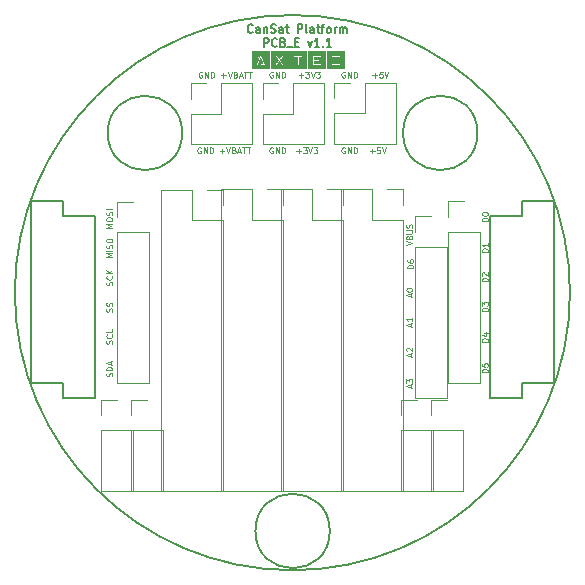
<source format=gbr>
G04 #@! TF.GenerationSoftware,KiCad,Pcbnew,(5.1.0)-1*
G04 #@! TF.CreationDate,2019-06-21T14:45:16-03:00*
G04 #@! TF.ProjectId,PCB_E,5043425f-452e-46b6-9963-61645f706362,rev?*
G04 #@! TF.SameCoordinates,Original*
G04 #@! TF.FileFunction,Legend,Top*
G04 #@! TF.FilePolarity,Positive*
%FSLAX46Y46*%
G04 Gerber Fmt 4.6, Leading zero omitted, Abs format (unit mm)*
G04 Created by KiCad (PCBNEW (5.1.0)-1) date 2019-06-21 14:45:16*
%MOMM*%
%LPD*%
G04 APERTURE LIST*
%ADD10C,0.125000*%
%ADD11C,0.175000*%
%ADD12C,0.150000*%
%ADD13C,0.010000*%
%ADD14C,0.120000*%
G04 APERTURE END LIST*
D10*
X16526190Y6030952D02*
X16026190Y6030952D01*
X16026190Y6150000D01*
X16050000Y6221428D01*
X16097619Y6269047D01*
X16145238Y6292857D01*
X16240476Y6316666D01*
X16311904Y6316666D01*
X16407142Y6292857D01*
X16454761Y6269047D01*
X16502380Y6221428D01*
X16526190Y6150000D01*
X16526190Y6030952D01*
X16026190Y6626190D02*
X16026190Y6673809D01*
X16050000Y6721428D01*
X16073809Y6745238D01*
X16121428Y6769047D01*
X16216666Y6792857D01*
X16335714Y6792857D01*
X16430952Y6769047D01*
X16478571Y6745238D01*
X16502380Y6721428D01*
X16526190Y6673809D01*
X16526190Y6626190D01*
X16502380Y6578571D01*
X16478571Y6554761D01*
X16430952Y6530952D01*
X16335714Y6507142D01*
X16216666Y6507142D01*
X16121428Y6530952D01*
X16073809Y6554761D01*
X16050000Y6578571D01*
X16026190Y6626190D01*
X16526190Y3430952D02*
X16026190Y3430952D01*
X16026190Y3550000D01*
X16050000Y3621428D01*
X16097619Y3669047D01*
X16145238Y3692857D01*
X16240476Y3716666D01*
X16311904Y3716666D01*
X16407142Y3692857D01*
X16454761Y3669047D01*
X16502380Y3621428D01*
X16526190Y3550000D01*
X16526190Y3430952D01*
X16526190Y4192857D02*
X16526190Y3907142D01*
X16526190Y4050000D02*
X16026190Y4050000D01*
X16097619Y4002380D01*
X16145238Y3954761D01*
X16169047Y3907142D01*
X16526190Y930952D02*
X16026190Y930952D01*
X16026190Y1050000D01*
X16050000Y1121428D01*
X16097619Y1169047D01*
X16145238Y1192857D01*
X16240476Y1216666D01*
X16311904Y1216666D01*
X16407142Y1192857D01*
X16454761Y1169047D01*
X16502380Y1121428D01*
X16526190Y1050000D01*
X16526190Y930952D01*
X16073809Y1407142D02*
X16050000Y1430952D01*
X16026190Y1478571D01*
X16026190Y1597619D01*
X16050000Y1645238D01*
X16073809Y1669047D01*
X16121428Y1692857D01*
X16169047Y1692857D01*
X16240476Y1669047D01*
X16526190Y1383333D01*
X16526190Y1692857D01*
X16526190Y-1569047D02*
X16026190Y-1569047D01*
X16026190Y-1450000D01*
X16050000Y-1378571D01*
X16097619Y-1330952D01*
X16145238Y-1307142D01*
X16240476Y-1283333D01*
X16311904Y-1283333D01*
X16407142Y-1307142D01*
X16454761Y-1330952D01*
X16502380Y-1378571D01*
X16526190Y-1450000D01*
X16526190Y-1569047D01*
X16026190Y-1116666D02*
X16026190Y-807142D01*
X16216666Y-973809D01*
X16216666Y-902380D01*
X16240476Y-854761D01*
X16264285Y-830952D01*
X16311904Y-807142D01*
X16430952Y-807142D01*
X16478571Y-830952D01*
X16502380Y-854761D01*
X16526190Y-902380D01*
X16526190Y-1045238D01*
X16502380Y-1092857D01*
X16478571Y-1116666D01*
X16526190Y-4169047D02*
X16026190Y-4169047D01*
X16026190Y-4050000D01*
X16050000Y-3978571D01*
X16097619Y-3930952D01*
X16145238Y-3907142D01*
X16240476Y-3883333D01*
X16311904Y-3883333D01*
X16407142Y-3907142D01*
X16454761Y-3930952D01*
X16502380Y-3978571D01*
X16526190Y-4050000D01*
X16526190Y-4169047D01*
X16192857Y-3454761D02*
X16526190Y-3454761D01*
X16002380Y-3573809D02*
X16359523Y-3692857D01*
X16359523Y-3383333D01*
X16526190Y-6769047D02*
X16026190Y-6769047D01*
X16026190Y-6650000D01*
X16050000Y-6578571D01*
X16097619Y-6530952D01*
X16145238Y-6507142D01*
X16240476Y-6483333D01*
X16311904Y-6483333D01*
X16407142Y-6507142D01*
X16454761Y-6530952D01*
X16502380Y-6578571D01*
X16526190Y-6650000D01*
X16526190Y-6769047D01*
X16026190Y-6030952D02*
X16026190Y-6269047D01*
X16264285Y-6292857D01*
X16240476Y-6269047D01*
X16216666Y-6221428D01*
X16216666Y-6102380D01*
X16240476Y-6054761D01*
X16264285Y-6030952D01*
X16311904Y-6007142D01*
X16430952Y-6007142D01*
X16478571Y-6030952D01*
X16502380Y-6054761D01*
X16526190Y-6102380D01*
X16526190Y-6221428D01*
X16502380Y-6269047D01*
X16478571Y-6292857D01*
X9983333Y-8057142D02*
X9983333Y-7819047D01*
X10126190Y-8104761D02*
X9626190Y-7938095D01*
X10126190Y-7771428D01*
X9626190Y-7652380D02*
X9626190Y-7342857D01*
X9816666Y-7509523D01*
X9816666Y-7438095D01*
X9840476Y-7390476D01*
X9864285Y-7366666D01*
X9911904Y-7342857D01*
X10030952Y-7342857D01*
X10078571Y-7366666D01*
X10102380Y-7390476D01*
X10126190Y-7438095D01*
X10126190Y-7580952D01*
X10102380Y-7628571D01*
X10078571Y-7652380D01*
X9983333Y-5407142D02*
X9983333Y-5169047D01*
X10126190Y-5454761D02*
X9626190Y-5288095D01*
X10126190Y-5121428D01*
X9673809Y-4978571D02*
X9650000Y-4954761D01*
X9626190Y-4907142D01*
X9626190Y-4788095D01*
X9650000Y-4740476D01*
X9673809Y-4716666D01*
X9721428Y-4692857D01*
X9769047Y-4692857D01*
X9840476Y-4716666D01*
X10126190Y-5002380D01*
X10126190Y-4692857D01*
X9983333Y-2857142D02*
X9983333Y-2619047D01*
X10126190Y-2904761D02*
X9626190Y-2738095D01*
X10126190Y-2571428D01*
X10126190Y-2142857D02*
X10126190Y-2428571D01*
X10126190Y-2285714D02*
X9626190Y-2285714D01*
X9697619Y-2333333D01*
X9745238Y-2380952D01*
X9769047Y-2428571D01*
X9983333Y-357142D02*
X9983333Y-119047D01*
X10126190Y-404761D02*
X9626190Y-238095D01*
X10126190Y-71428D01*
X9626190Y190476D02*
X9626190Y238095D01*
X9650000Y285714D01*
X9673809Y309523D01*
X9721428Y333333D01*
X9816666Y357142D01*
X9935714Y357142D01*
X10030952Y333333D01*
X10078571Y309523D01*
X10102380Y285714D01*
X10126190Y238095D01*
X10126190Y190476D01*
X10102380Y142857D01*
X10078571Y119047D01*
X10030952Y95238D01*
X9935714Y71428D01*
X9816666Y71428D01*
X9721428Y95238D01*
X9673809Y119047D01*
X9650000Y142857D01*
X9626190Y190476D01*
X10226190Y2030952D02*
X9726190Y2030952D01*
X9726190Y2150000D01*
X9750000Y2221428D01*
X9797619Y2269047D01*
X9845238Y2292857D01*
X9940476Y2316666D01*
X10011904Y2316666D01*
X10107142Y2292857D01*
X10154761Y2269047D01*
X10202380Y2221428D01*
X10226190Y2150000D01*
X10226190Y2030952D01*
X9726190Y2745238D02*
X9726190Y2650000D01*
X9750000Y2602380D01*
X9773809Y2578571D01*
X9845238Y2530952D01*
X9940476Y2507142D01*
X10130952Y2507142D01*
X10178571Y2530952D01*
X10202380Y2554761D01*
X10226190Y2602380D01*
X10226190Y2697619D01*
X10202380Y2745238D01*
X10178571Y2769047D01*
X10130952Y2792857D01*
X10011904Y2792857D01*
X9964285Y2769047D01*
X9940476Y2745238D01*
X9916666Y2697619D01*
X9916666Y2602380D01*
X9940476Y2554761D01*
X9964285Y2530952D01*
X10011904Y2507142D01*
X9626190Y3983333D02*
X10126190Y4150000D01*
X9626190Y4316666D01*
X9864285Y4650000D02*
X9888095Y4721428D01*
X9911904Y4745238D01*
X9959523Y4769047D01*
X10030952Y4769047D01*
X10078571Y4745238D01*
X10102380Y4721428D01*
X10126190Y4673809D01*
X10126190Y4483333D01*
X9626190Y4483333D01*
X9626190Y4650000D01*
X9650000Y4697619D01*
X9673809Y4721428D01*
X9721428Y4745238D01*
X9769047Y4745238D01*
X9816666Y4721428D01*
X9840476Y4697619D01*
X9864285Y4650000D01*
X9864285Y4483333D01*
X9626190Y4983333D02*
X10030952Y4983333D01*
X10078571Y5007142D01*
X10102380Y5030952D01*
X10126190Y5078571D01*
X10126190Y5173809D01*
X10102380Y5221428D01*
X10078571Y5245238D01*
X10030952Y5269047D01*
X9626190Y5269047D01*
X10102380Y5483333D02*
X10126190Y5554761D01*
X10126190Y5673809D01*
X10102380Y5721428D01*
X10078571Y5745238D01*
X10030952Y5769047D01*
X9983333Y5769047D01*
X9935714Y5745238D01*
X9911904Y5721428D01*
X9888095Y5673809D01*
X9864285Y5578571D01*
X9840476Y5530952D01*
X9816666Y5507142D01*
X9769047Y5483333D01*
X9721428Y5483333D01*
X9673809Y5507142D01*
X9650000Y5530952D01*
X9626190Y5578571D01*
X9626190Y5697619D01*
X9650000Y5769047D01*
D11*
X-3376933Y22051200D02*
X-3410266Y22017866D01*
X-3510266Y21984533D01*
X-3576933Y21984533D01*
X-3676933Y22017866D01*
X-3743599Y22084533D01*
X-3776933Y22151200D01*
X-3810266Y22284533D01*
X-3810266Y22384533D01*
X-3776933Y22517866D01*
X-3743599Y22584533D01*
X-3676933Y22651200D01*
X-3576933Y22684533D01*
X-3510266Y22684533D01*
X-3410266Y22651200D01*
X-3376933Y22617866D01*
X-2776933Y21984533D02*
X-2776933Y22351200D01*
X-2810266Y22417866D01*
X-2876933Y22451200D01*
X-3010266Y22451200D01*
X-3076933Y22417866D01*
X-2776933Y22017866D02*
X-2843599Y21984533D01*
X-3010266Y21984533D01*
X-3076933Y22017866D01*
X-3110266Y22084533D01*
X-3110266Y22151200D01*
X-3076933Y22217866D01*
X-3010266Y22251200D01*
X-2843599Y22251200D01*
X-2776933Y22284533D01*
X-2443599Y22451200D02*
X-2443599Y21984533D01*
X-2443599Y22384533D02*
X-2410266Y22417866D01*
X-2343599Y22451200D01*
X-2243599Y22451200D01*
X-2176933Y22417866D01*
X-2143599Y22351200D01*
X-2143599Y21984533D01*
X-1843599Y22017866D02*
X-1743599Y21984533D01*
X-1576933Y21984533D01*
X-1510266Y22017866D01*
X-1476933Y22051200D01*
X-1443599Y22117866D01*
X-1443599Y22184533D01*
X-1476933Y22251200D01*
X-1510266Y22284533D01*
X-1576933Y22317866D01*
X-1710266Y22351200D01*
X-1776933Y22384533D01*
X-1810266Y22417866D01*
X-1843599Y22484533D01*
X-1843599Y22551200D01*
X-1810266Y22617866D01*
X-1776933Y22651200D01*
X-1710266Y22684533D01*
X-1543599Y22684533D01*
X-1443599Y22651200D01*
X-843599Y21984533D02*
X-843599Y22351200D01*
X-876933Y22417866D01*
X-943599Y22451200D01*
X-1076933Y22451200D01*
X-1143599Y22417866D01*
X-843599Y22017866D02*
X-910266Y21984533D01*
X-1076933Y21984533D01*
X-1143599Y22017866D01*
X-1176933Y22084533D01*
X-1176933Y22151200D01*
X-1143599Y22217866D01*
X-1076933Y22251200D01*
X-910266Y22251200D01*
X-843599Y22284533D01*
X-610266Y22451200D02*
X-343599Y22451200D01*
X-510266Y22684533D02*
X-510266Y22084533D01*
X-476933Y22017866D01*
X-410266Y21984533D01*
X-343599Y21984533D01*
X423066Y21984533D02*
X423066Y22684533D01*
X689733Y22684533D01*
X756400Y22651200D01*
X789733Y22617866D01*
X823066Y22551200D01*
X823066Y22451200D01*
X789733Y22384533D01*
X756400Y22351200D01*
X689733Y22317866D01*
X423066Y22317866D01*
X1223066Y21984533D02*
X1156400Y22017866D01*
X1123066Y22084533D01*
X1123066Y22684533D01*
X1789733Y21984533D02*
X1789733Y22351200D01*
X1756400Y22417866D01*
X1689733Y22451200D01*
X1556400Y22451200D01*
X1489733Y22417866D01*
X1789733Y22017866D02*
X1723066Y21984533D01*
X1556400Y21984533D01*
X1489733Y22017866D01*
X1456400Y22084533D01*
X1456400Y22151200D01*
X1489733Y22217866D01*
X1556400Y22251200D01*
X1723066Y22251200D01*
X1789733Y22284533D01*
X2023066Y22451200D02*
X2289733Y22451200D01*
X2123066Y22684533D02*
X2123066Y22084533D01*
X2156400Y22017866D01*
X2223066Y21984533D01*
X2289733Y21984533D01*
X2423066Y22451200D02*
X2689733Y22451200D01*
X2523066Y21984533D02*
X2523066Y22584533D01*
X2556400Y22651200D01*
X2623066Y22684533D01*
X2689733Y22684533D01*
X3023066Y21984533D02*
X2956400Y22017866D01*
X2923066Y22051200D01*
X2889733Y22117866D01*
X2889733Y22317866D01*
X2923066Y22384533D01*
X2956400Y22417866D01*
X3023066Y22451200D01*
X3123066Y22451200D01*
X3189733Y22417866D01*
X3223066Y22384533D01*
X3256400Y22317866D01*
X3256400Y22117866D01*
X3223066Y22051200D01*
X3189733Y22017866D01*
X3123066Y21984533D01*
X3023066Y21984533D01*
X3556400Y21984533D02*
X3556400Y22451200D01*
X3556400Y22317866D02*
X3589733Y22384533D01*
X3623066Y22417866D01*
X3689733Y22451200D01*
X3756400Y22451200D01*
X3989733Y21984533D02*
X3989733Y22451200D01*
X3989733Y22384533D02*
X4023066Y22417866D01*
X4089733Y22451200D01*
X4189733Y22451200D01*
X4256399Y22417866D01*
X4289733Y22351200D01*
X4289733Y21984533D01*
X4289733Y22351200D02*
X4323066Y22417866D01*
X4389733Y22451200D01*
X4489733Y22451200D01*
X4556399Y22417866D01*
X4589733Y22351200D01*
X4589733Y21984533D01*
X-2426933Y20816133D02*
X-2426933Y21516133D01*
X-2160266Y21516133D01*
X-2093600Y21482800D01*
X-2060266Y21449466D01*
X-2026933Y21382800D01*
X-2026933Y21282800D01*
X-2060266Y21216133D01*
X-2093600Y21182800D01*
X-2160266Y21149466D01*
X-2426933Y21149466D01*
X-1326933Y20882800D02*
X-1360266Y20849466D01*
X-1460266Y20816133D01*
X-1526933Y20816133D01*
X-1626933Y20849466D01*
X-1693600Y20916133D01*
X-1726933Y20982800D01*
X-1760266Y21116133D01*
X-1760266Y21216133D01*
X-1726933Y21349466D01*
X-1693600Y21416133D01*
X-1626933Y21482800D01*
X-1526933Y21516133D01*
X-1460266Y21516133D01*
X-1360266Y21482800D01*
X-1326933Y21449466D01*
X-793600Y21182800D02*
X-693600Y21149466D01*
X-660266Y21116133D01*
X-626933Y21049466D01*
X-626933Y20949466D01*
X-660266Y20882800D01*
X-693600Y20849466D01*
X-760266Y20816133D01*
X-1026933Y20816133D01*
X-1026933Y21516133D01*
X-793600Y21516133D01*
X-726933Y21482800D01*
X-693600Y21449466D01*
X-660266Y21382800D01*
X-660266Y21316133D01*
X-693600Y21249466D01*
X-726933Y21216133D01*
X-793600Y21182800D01*
X-1026933Y21182800D01*
X-493600Y20749466D02*
X39733Y20749466D01*
X206399Y21182800D02*
X439733Y21182800D01*
X539733Y20816133D02*
X206399Y20816133D01*
X206399Y21516133D01*
X539733Y21516133D01*
X1306399Y21282800D02*
X1473066Y20816133D01*
X1639733Y21282800D01*
X2273066Y20816133D02*
X1873066Y20816133D01*
X2073066Y20816133D02*
X2073066Y21516133D01*
X2006399Y21416133D01*
X1939733Y21349466D01*
X1873066Y21316133D01*
X2573066Y20882800D02*
X2606399Y20849466D01*
X2573066Y20816133D01*
X2539733Y20849466D01*
X2573066Y20882800D01*
X2573066Y20816133D01*
X3273066Y20816133D02*
X2873066Y20816133D01*
X3073066Y20816133D02*
X3073066Y21516133D01*
X3006399Y21416133D01*
X2939733Y21349466D01*
X2873066Y21316133D01*
D10*
X6557142Y11964285D02*
X6938095Y11964285D01*
X6747619Y11773809D02*
X6747619Y12154761D01*
X7414285Y12273809D02*
X7176190Y12273809D01*
X7152380Y12035714D01*
X7176190Y12059523D01*
X7223809Y12083333D01*
X7342857Y12083333D01*
X7390476Y12059523D01*
X7414285Y12035714D01*
X7438095Y11988095D01*
X7438095Y11869047D01*
X7414285Y11821428D01*
X7390476Y11797619D01*
X7342857Y11773809D01*
X7223809Y11773809D01*
X7176190Y11797619D01*
X7152380Y11821428D01*
X7580952Y12273809D02*
X7747619Y11773809D01*
X7914285Y12273809D01*
X6757142Y18364285D02*
X7138095Y18364285D01*
X6947619Y18173809D02*
X6947619Y18554761D01*
X7614285Y18673809D02*
X7376190Y18673809D01*
X7352380Y18435714D01*
X7376190Y18459523D01*
X7423809Y18483333D01*
X7542857Y18483333D01*
X7590476Y18459523D01*
X7614285Y18435714D01*
X7638095Y18388095D01*
X7638095Y18269047D01*
X7614285Y18221428D01*
X7590476Y18197619D01*
X7542857Y18173809D01*
X7423809Y18173809D01*
X7376190Y18197619D01*
X7352380Y18221428D01*
X7780952Y18673809D02*
X7947619Y18173809D01*
X8114285Y18673809D01*
X319047Y11964285D02*
X700000Y11964285D01*
X509523Y11773809D02*
X509523Y12154761D01*
X890476Y12273809D02*
X1200000Y12273809D01*
X1033333Y12083333D01*
X1104761Y12083333D01*
X1152380Y12059523D01*
X1176190Y12035714D01*
X1200000Y11988095D01*
X1200000Y11869047D01*
X1176190Y11821428D01*
X1152380Y11797619D01*
X1104761Y11773809D01*
X961904Y11773809D01*
X914285Y11797619D01*
X890476Y11821428D01*
X1342857Y12273809D02*
X1509523Y11773809D01*
X1676190Y12273809D01*
X1795238Y12273809D02*
X2104761Y12273809D01*
X1938095Y12083333D01*
X2009523Y12083333D01*
X2057142Y12059523D01*
X2080952Y12035714D01*
X2104761Y11988095D01*
X2104761Y11869047D01*
X2080952Y11821428D01*
X2057142Y11797619D01*
X2009523Y11773809D01*
X1866666Y11773809D01*
X1819047Y11797619D01*
X1795238Y11821428D01*
X519047Y18364285D02*
X900000Y18364285D01*
X709523Y18173809D02*
X709523Y18554761D01*
X1090476Y18673809D02*
X1400000Y18673809D01*
X1233333Y18483333D01*
X1304761Y18483333D01*
X1352380Y18459523D01*
X1376190Y18435714D01*
X1400000Y18388095D01*
X1400000Y18269047D01*
X1376190Y18221428D01*
X1352380Y18197619D01*
X1304761Y18173809D01*
X1161904Y18173809D01*
X1114285Y18197619D01*
X1090476Y18221428D01*
X1542857Y18673809D02*
X1709523Y18173809D01*
X1876190Y18673809D01*
X1995238Y18673809D02*
X2304761Y18673809D01*
X2138095Y18483333D01*
X2209523Y18483333D01*
X2257142Y18459523D01*
X2280952Y18435714D01*
X2304761Y18388095D01*
X2304761Y18269047D01*
X2280952Y18221428D01*
X2257142Y18197619D01*
X2209523Y18173809D01*
X2066666Y18173809D01*
X2019047Y18197619D01*
X1995238Y18221428D01*
X-6150000Y11964285D02*
X-5769047Y11964285D01*
X-5959523Y11773809D02*
X-5959523Y12154761D01*
X-5602380Y12273809D02*
X-5435714Y11773809D01*
X-5269047Y12273809D01*
X-4935714Y12035714D02*
X-4864285Y12011904D01*
X-4840476Y11988095D01*
X-4816666Y11940476D01*
X-4816666Y11869047D01*
X-4840476Y11821428D01*
X-4864285Y11797619D01*
X-4911904Y11773809D01*
X-5102380Y11773809D01*
X-5102380Y12273809D01*
X-4935714Y12273809D01*
X-4888095Y12250000D01*
X-4864285Y12226190D01*
X-4840476Y12178571D01*
X-4840476Y12130952D01*
X-4864285Y12083333D01*
X-4888095Y12059523D01*
X-4935714Y12035714D01*
X-5102380Y12035714D01*
X-4626190Y11916666D02*
X-4388095Y11916666D01*
X-4673809Y11773809D02*
X-4507142Y12273809D01*
X-4340476Y11773809D01*
X-4245238Y12273809D02*
X-3959523Y12273809D01*
X-4102380Y11773809D02*
X-4102380Y12273809D01*
X-3864285Y12273809D02*
X-3578571Y12273809D01*
X-3721428Y11773809D02*
X-3721428Y12273809D01*
X-6050000Y18364285D02*
X-5669047Y18364285D01*
X-5859523Y18173809D02*
X-5859523Y18554761D01*
X-5502380Y18673809D02*
X-5335714Y18173809D01*
X-5169047Y18673809D01*
X-4835714Y18435714D02*
X-4764285Y18411904D01*
X-4740476Y18388095D01*
X-4716666Y18340476D01*
X-4716666Y18269047D01*
X-4740476Y18221428D01*
X-4764285Y18197619D01*
X-4811904Y18173809D01*
X-5002380Y18173809D01*
X-5002380Y18673809D01*
X-4835714Y18673809D01*
X-4788095Y18650000D01*
X-4764285Y18626190D01*
X-4740476Y18578571D01*
X-4740476Y18530952D01*
X-4764285Y18483333D01*
X-4788095Y18459523D01*
X-4835714Y18435714D01*
X-5002380Y18435714D01*
X-4526190Y18316666D02*
X-4288095Y18316666D01*
X-4573809Y18173809D02*
X-4407142Y18673809D01*
X-4240476Y18173809D01*
X-4145238Y18673809D02*
X-3859523Y18673809D01*
X-4002380Y18173809D02*
X-4002380Y18673809D01*
X-3764285Y18673809D02*
X-3478571Y18673809D01*
X-3621428Y18173809D02*
X-3621428Y18673809D01*
X4419047Y18650000D02*
X4371428Y18673809D01*
X4300000Y18673809D01*
X4228571Y18650000D01*
X4180952Y18602380D01*
X4157142Y18554761D01*
X4133333Y18459523D01*
X4133333Y18388095D01*
X4157142Y18292857D01*
X4180952Y18245238D01*
X4228571Y18197619D01*
X4300000Y18173809D01*
X4347619Y18173809D01*
X4419047Y18197619D01*
X4442857Y18221428D01*
X4442857Y18388095D01*
X4347619Y18388095D01*
X4657142Y18173809D02*
X4657142Y18673809D01*
X4942857Y18173809D01*
X4942857Y18673809D01*
X5180952Y18173809D02*
X5180952Y18673809D01*
X5300000Y18673809D01*
X5371428Y18650000D01*
X5419047Y18602380D01*
X5442857Y18554761D01*
X5466666Y18459523D01*
X5466666Y18388095D01*
X5442857Y18292857D01*
X5419047Y18245238D01*
X5371428Y18197619D01*
X5300000Y18173809D01*
X5180952Y18173809D01*
X4419047Y12250000D02*
X4371428Y12273809D01*
X4300000Y12273809D01*
X4228571Y12250000D01*
X4180952Y12202380D01*
X4157142Y12154761D01*
X4133333Y12059523D01*
X4133333Y11988095D01*
X4157142Y11892857D01*
X4180952Y11845238D01*
X4228571Y11797619D01*
X4300000Y11773809D01*
X4347619Y11773809D01*
X4419047Y11797619D01*
X4442857Y11821428D01*
X4442857Y11988095D01*
X4347619Y11988095D01*
X4657142Y11773809D02*
X4657142Y12273809D01*
X4942857Y11773809D01*
X4942857Y12273809D01*
X5180952Y11773809D02*
X5180952Y12273809D01*
X5300000Y12273809D01*
X5371428Y12250000D01*
X5419047Y12202380D01*
X5442857Y12154761D01*
X5466666Y12059523D01*
X5466666Y11988095D01*
X5442857Y11892857D01*
X5419047Y11845238D01*
X5371428Y11797619D01*
X5300000Y11773809D01*
X5180952Y11773809D01*
X-1680952Y12250000D02*
X-1728571Y12273809D01*
X-1800000Y12273809D01*
X-1871428Y12250000D01*
X-1919047Y12202380D01*
X-1942857Y12154761D01*
X-1966666Y12059523D01*
X-1966666Y11988095D01*
X-1942857Y11892857D01*
X-1919047Y11845238D01*
X-1871428Y11797619D01*
X-1800000Y11773809D01*
X-1752380Y11773809D01*
X-1680952Y11797619D01*
X-1657142Y11821428D01*
X-1657142Y11988095D01*
X-1752380Y11988095D01*
X-1442857Y11773809D02*
X-1442857Y12273809D01*
X-1157142Y11773809D01*
X-1157142Y12273809D01*
X-919047Y11773809D02*
X-919047Y12273809D01*
X-800000Y12273809D01*
X-728571Y12250000D01*
X-680952Y12202380D01*
X-657142Y12154761D01*
X-633333Y12059523D01*
X-633333Y11988095D01*
X-657142Y11892857D01*
X-680952Y11845238D01*
X-728571Y11797619D01*
X-800000Y11773809D01*
X-919047Y11773809D01*
X-1680952Y18650000D02*
X-1728571Y18673809D01*
X-1800000Y18673809D01*
X-1871428Y18650000D01*
X-1919047Y18602380D01*
X-1942857Y18554761D01*
X-1966666Y18459523D01*
X-1966666Y18388095D01*
X-1942857Y18292857D01*
X-1919047Y18245238D01*
X-1871428Y18197619D01*
X-1800000Y18173809D01*
X-1752380Y18173809D01*
X-1680952Y18197619D01*
X-1657142Y18221428D01*
X-1657142Y18388095D01*
X-1752380Y18388095D01*
X-1442857Y18173809D02*
X-1442857Y18673809D01*
X-1157142Y18173809D01*
X-1157142Y18673809D01*
X-919047Y18173809D02*
X-919047Y18673809D01*
X-800000Y18673809D01*
X-728571Y18650000D01*
X-680952Y18602380D01*
X-657142Y18554761D01*
X-633333Y18459523D01*
X-633333Y18388095D01*
X-657142Y18292857D01*
X-680952Y18245238D01*
X-728571Y18197619D01*
X-800000Y18173809D01*
X-919047Y18173809D01*
X-7780952Y12250000D02*
X-7828571Y12273809D01*
X-7900000Y12273809D01*
X-7971428Y12250000D01*
X-8019047Y12202380D01*
X-8042857Y12154761D01*
X-8066666Y12059523D01*
X-8066666Y11988095D01*
X-8042857Y11892857D01*
X-8019047Y11845238D01*
X-7971428Y11797619D01*
X-7900000Y11773809D01*
X-7852380Y11773809D01*
X-7780952Y11797619D01*
X-7757142Y11821428D01*
X-7757142Y11988095D01*
X-7852380Y11988095D01*
X-7542857Y11773809D02*
X-7542857Y12273809D01*
X-7257142Y11773809D01*
X-7257142Y12273809D01*
X-7019047Y11773809D02*
X-7019047Y12273809D01*
X-6900000Y12273809D01*
X-6828571Y12250000D01*
X-6780952Y12202380D01*
X-6757142Y12154761D01*
X-6733333Y12059523D01*
X-6733333Y11988095D01*
X-6757142Y11892857D01*
X-6780952Y11845238D01*
X-6828571Y11797619D01*
X-6900000Y11773809D01*
X-7019047Y11773809D01*
X-7680952Y18650000D02*
X-7728571Y18673809D01*
X-7800000Y18673809D01*
X-7871428Y18650000D01*
X-7919047Y18602380D01*
X-7942857Y18554761D01*
X-7966666Y18459523D01*
X-7966666Y18388095D01*
X-7942857Y18292857D01*
X-7919047Y18245238D01*
X-7871428Y18197619D01*
X-7800000Y18173809D01*
X-7752380Y18173809D01*
X-7680952Y18197619D01*
X-7657142Y18221428D01*
X-7657142Y18388095D01*
X-7752380Y18388095D01*
X-7442857Y18173809D02*
X-7442857Y18673809D01*
X-7157142Y18173809D01*
X-7157142Y18673809D01*
X-6919047Y18173809D02*
X-6919047Y18673809D01*
X-6800000Y18673809D01*
X-6728571Y18650000D01*
X-6680952Y18602380D01*
X-6657142Y18554761D01*
X-6633333Y18459523D01*
X-6633333Y18388095D01*
X-6657142Y18292857D01*
X-6680952Y18245238D01*
X-6728571Y18197619D01*
X-6800000Y18173809D01*
X-6919047Y18173809D01*
X-15297619Y-7107142D02*
X-15273809Y-7035714D01*
X-15273809Y-6916666D01*
X-15297619Y-6869047D01*
X-15321428Y-6845238D01*
X-15369047Y-6821428D01*
X-15416666Y-6821428D01*
X-15464285Y-6845238D01*
X-15488095Y-6869047D01*
X-15511904Y-6916666D01*
X-15535714Y-7011904D01*
X-15559523Y-7059523D01*
X-15583333Y-7083333D01*
X-15630952Y-7107142D01*
X-15678571Y-7107142D01*
X-15726190Y-7083333D01*
X-15750000Y-7059523D01*
X-15773809Y-7011904D01*
X-15773809Y-6892857D01*
X-15750000Y-6821428D01*
X-15273809Y-6607142D02*
X-15773809Y-6607142D01*
X-15773809Y-6488095D01*
X-15750000Y-6416666D01*
X-15702380Y-6369047D01*
X-15654761Y-6345238D01*
X-15559523Y-6321428D01*
X-15488095Y-6321428D01*
X-15392857Y-6345238D01*
X-15345238Y-6369047D01*
X-15297619Y-6416666D01*
X-15273809Y-6488095D01*
X-15273809Y-6607142D01*
X-15416666Y-6130952D02*
X-15416666Y-5892857D01*
X-15273809Y-6178571D02*
X-15773809Y-6011904D01*
X-15273809Y-5845238D01*
X-15297619Y-4345238D02*
X-15273809Y-4273809D01*
X-15273809Y-4154761D01*
X-15297619Y-4107142D01*
X-15321428Y-4083333D01*
X-15369047Y-4059523D01*
X-15416666Y-4059523D01*
X-15464285Y-4083333D01*
X-15488095Y-4107142D01*
X-15511904Y-4154761D01*
X-15535714Y-4250000D01*
X-15559523Y-4297619D01*
X-15583333Y-4321428D01*
X-15630952Y-4345238D01*
X-15678571Y-4345238D01*
X-15726190Y-4321428D01*
X-15750000Y-4297619D01*
X-15773809Y-4250000D01*
X-15773809Y-4130952D01*
X-15750000Y-4059523D01*
X-15321428Y-3559523D02*
X-15297619Y-3583333D01*
X-15273809Y-3654761D01*
X-15273809Y-3702380D01*
X-15297619Y-3773809D01*
X-15345238Y-3821428D01*
X-15392857Y-3845238D01*
X-15488095Y-3869047D01*
X-15559523Y-3869047D01*
X-15654761Y-3845238D01*
X-15702380Y-3821428D01*
X-15750000Y-3773809D01*
X-15773809Y-3702380D01*
X-15773809Y-3654761D01*
X-15750000Y-3583333D01*
X-15726190Y-3559523D01*
X-15273809Y-3107142D02*
X-15273809Y-3345238D01*
X-15773809Y-3345238D01*
X-15297619Y-1630952D02*
X-15273809Y-1559523D01*
X-15273809Y-1440476D01*
X-15297619Y-1392857D01*
X-15321428Y-1369047D01*
X-15369047Y-1345238D01*
X-15416666Y-1345238D01*
X-15464285Y-1369047D01*
X-15488095Y-1392857D01*
X-15511904Y-1440476D01*
X-15535714Y-1535714D01*
X-15559523Y-1583333D01*
X-15583333Y-1607142D01*
X-15630952Y-1630952D01*
X-15678571Y-1630952D01*
X-15726190Y-1607142D01*
X-15750000Y-1583333D01*
X-15773809Y-1535714D01*
X-15773809Y-1416666D01*
X-15750000Y-1345238D01*
X-15297619Y-1154761D02*
X-15273809Y-1083333D01*
X-15273809Y-964285D01*
X-15297619Y-916666D01*
X-15321428Y-892857D01*
X-15369047Y-869047D01*
X-15416666Y-869047D01*
X-15464285Y-892857D01*
X-15488095Y-916666D01*
X-15511904Y-964285D01*
X-15535714Y-1059523D01*
X-15559523Y-1107142D01*
X-15583333Y-1130952D01*
X-15630952Y-1154761D01*
X-15678571Y-1154761D01*
X-15726190Y-1130952D01*
X-15750000Y-1107142D01*
X-15773809Y-1059523D01*
X-15773809Y-940476D01*
X-15750000Y-869047D01*
X-15297619Y607142D02*
X-15273809Y678571D01*
X-15273809Y797619D01*
X-15297619Y845238D01*
X-15321428Y869047D01*
X-15369047Y892857D01*
X-15416666Y892857D01*
X-15464285Y869047D01*
X-15488095Y845238D01*
X-15511904Y797619D01*
X-15535714Y702380D01*
X-15559523Y654761D01*
X-15583333Y630952D01*
X-15630952Y607142D01*
X-15678571Y607142D01*
X-15726190Y630952D01*
X-15750000Y654761D01*
X-15773809Y702380D01*
X-15773809Y821428D01*
X-15750000Y892857D01*
X-15321428Y1392857D02*
X-15297619Y1369047D01*
X-15273809Y1297619D01*
X-15273809Y1250000D01*
X-15297619Y1178571D01*
X-15345238Y1130952D01*
X-15392857Y1107142D01*
X-15488095Y1083333D01*
X-15559523Y1083333D01*
X-15654761Y1107142D01*
X-15702380Y1130952D01*
X-15750000Y1178571D01*
X-15773809Y1250000D01*
X-15773809Y1297619D01*
X-15750000Y1369047D01*
X-15726190Y1392857D01*
X-15273809Y1607142D02*
X-15773809Y1607142D01*
X-15273809Y1892857D02*
X-15559523Y1678571D01*
X-15773809Y1892857D02*
X-15488095Y1607142D01*
X-15273809Y2964285D02*
X-15773809Y2964285D01*
X-15416666Y3130952D01*
X-15773809Y3297619D01*
X-15273809Y3297619D01*
X-15273809Y3535714D02*
X-15773809Y3535714D01*
X-15297619Y3750000D02*
X-15273809Y3821428D01*
X-15273809Y3940476D01*
X-15297619Y3988095D01*
X-15321428Y4011904D01*
X-15369047Y4035714D01*
X-15416666Y4035714D01*
X-15464285Y4011904D01*
X-15488095Y3988095D01*
X-15511904Y3940476D01*
X-15535714Y3845238D01*
X-15559523Y3797619D01*
X-15583333Y3773809D01*
X-15630952Y3750000D01*
X-15678571Y3750000D01*
X-15726190Y3773809D01*
X-15750000Y3797619D01*
X-15773809Y3845238D01*
X-15773809Y3964285D01*
X-15750000Y4035714D01*
X-15773809Y4345238D02*
X-15773809Y4440476D01*
X-15750000Y4488095D01*
X-15702380Y4535714D01*
X-15607142Y4559523D01*
X-15440476Y4559523D01*
X-15345238Y4535714D01*
X-15297619Y4488095D01*
X-15273809Y4440476D01*
X-15273809Y4345238D01*
X-15297619Y4297619D01*
X-15345238Y4250000D01*
X-15440476Y4226190D01*
X-15607142Y4226190D01*
X-15702380Y4250000D01*
X-15750000Y4297619D01*
X-15773809Y4345238D01*
X-15273809Y5464285D02*
X-15773809Y5464285D01*
X-15416666Y5630952D01*
X-15773809Y5797619D01*
X-15273809Y5797619D01*
X-15773809Y6130952D02*
X-15773809Y6226190D01*
X-15750000Y6273809D01*
X-15702380Y6321428D01*
X-15607142Y6345238D01*
X-15440476Y6345238D01*
X-15345238Y6321428D01*
X-15297619Y6273809D01*
X-15273809Y6226190D01*
X-15273809Y6130952D01*
X-15297619Y6083333D01*
X-15345238Y6035714D01*
X-15440476Y6011904D01*
X-15607142Y6011904D01*
X-15702380Y6035714D01*
X-15750000Y6083333D01*
X-15773809Y6130952D01*
X-15297619Y6535714D02*
X-15273809Y6607142D01*
X-15273809Y6726190D01*
X-15297619Y6773809D01*
X-15321428Y6797619D01*
X-15369047Y6821428D01*
X-15416666Y6821428D01*
X-15464285Y6797619D01*
X-15488095Y6773809D01*
X-15511904Y6726190D01*
X-15535714Y6630952D01*
X-15559523Y6583333D01*
X-15583333Y6559523D01*
X-15630952Y6535714D01*
X-15678571Y6535714D01*
X-15726190Y6559523D01*
X-15750000Y6583333D01*
X-15773809Y6630952D01*
X-15773809Y6750000D01*
X-15750000Y6821428D01*
X-15273809Y7035714D02*
X-15773809Y7035714D01*
D12*
X-19450000Y-8970000D02*
X-16750000Y-8970000D01*
X-16750000Y-8970000D02*
X-16750000Y6430000D01*
X-16750000Y6430000D02*
X-19450000Y6430000D01*
X-19450000Y6430000D02*
X-19450000Y7700000D01*
X-19450000Y7700000D02*
X-22150000Y7700000D01*
X-22150000Y7700000D02*
X-22150000Y-7700000D01*
X-22150000Y-7700000D02*
X-19450000Y-7700000D01*
X-19450000Y-7700000D02*
X-19450000Y-8970000D01*
X16750000Y6430000D02*
X16750000Y-8970000D01*
X19450000Y6430000D02*
X16750000Y6430000D01*
X16750000Y-8970000D02*
X19450000Y-8970000D01*
X22150000Y7700000D02*
X19450000Y7700000D01*
X19450000Y-7700000D02*
X22150000Y-7700000D01*
X22150000Y-7700000D02*
X22150000Y7700000D01*
X19450000Y-8970000D02*
X19450000Y-7710000D01*
X19450000Y6430000D02*
X19450000Y7700000D01*
X23480000Y-20000D02*
G75*
G03X23480000Y-20000I-23500000J0D01*
G01*
X-9350000Y13500000D02*
G75*
G03X-9350000Y13500000I-3150000J0D01*
G01*
X15650000Y13500000D02*
G75*
G03X15650000Y13500000I-3150000J0D01*
G01*
X3150000Y-20200000D02*
G75*
G03X3150000Y-20200000I-3150000J0D01*
G01*
D13*
G36*
X4330700Y18973800D02*
G01*
X2895600Y18973800D01*
X2895600Y20078700D01*
X3213100Y20078700D01*
X3213100Y19291300D01*
X4000500Y19291300D01*
X4000500Y19443700D01*
X3365500Y19443700D01*
X3365500Y19926300D01*
X4000500Y19926300D01*
X4000500Y20078700D01*
X3213100Y20078700D01*
X2895600Y20078700D01*
X2895600Y20408900D01*
X4330700Y20408900D01*
X4330700Y18973800D01*
X4330700Y18973800D01*
G37*
X4330700Y18973800D02*
X2895600Y18973800D01*
X2895600Y20078700D01*
X3213100Y20078700D01*
X3213100Y19291300D01*
X4000500Y19291300D01*
X4000500Y19443700D01*
X3365500Y19443700D01*
X3365500Y19926300D01*
X4000500Y19926300D01*
X4000500Y20078700D01*
X3213100Y20078700D01*
X2895600Y20078700D01*
X2895600Y20408900D01*
X4330700Y20408900D01*
X4330700Y18973800D01*
G36*
X2743200Y18973800D02*
G01*
X1308100Y18973800D01*
X1308100Y20078700D01*
X1625600Y20078700D01*
X1625600Y19291300D01*
X2413000Y19291300D01*
X2413000Y19443700D01*
X1778000Y19443700D01*
X1778000Y19608800D01*
X2260600Y19608800D01*
X2260600Y19761200D01*
X1778000Y19761200D01*
X1778000Y19926300D01*
X2413000Y19926300D01*
X2413000Y20078700D01*
X1625600Y20078700D01*
X1308100Y20078700D01*
X1308100Y20408900D01*
X2743200Y20408900D01*
X2743200Y18973800D01*
X2743200Y18973800D01*
G37*
X2743200Y18973800D02*
X1308100Y18973800D01*
X1308100Y20078700D01*
X1625600Y20078700D01*
X1625600Y19291300D01*
X2413000Y19291300D01*
X2413000Y19443700D01*
X1778000Y19443700D01*
X1778000Y19608800D01*
X2260600Y19608800D01*
X2260600Y19761200D01*
X1778000Y19761200D01*
X1778000Y19926300D01*
X2413000Y19926300D01*
X2413000Y20078700D01*
X1625600Y20078700D01*
X1308100Y20078700D01*
X1308100Y20408900D01*
X2743200Y20408900D01*
X2743200Y18973800D01*
G36*
X1155700Y18973800D02*
G01*
X-279400Y18973800D01*
X-279400Y20078700D01*
X38100Y20078700D01*
X38100Y19926300D01*
X355600Y19926300D01*
X355600Y19291300D01*
X508000Y19291300D01*
X508000Y19926300D01*
X825500Y19926300D01*
X825500Y20078700D01*
X38100Y20078700D01*
X-279400Y20078700D01*
X-279400Y20408900D01*
X1155700Y20408900D01*
X1155700Y18973800D01*
X1155700Y18973800D01*
G37*
X1155700Y18973800D02*
X-279400Y18973800D01*
X-279400Y20078700D01*
X38100Y20078700D01*
X38100Y19926300D01*
X355600Y19926300D01*
X355600Y19291300D01*
X508000Y19291300D01*
X508000Y19926300D01*
X825500Y19926300D01*
X825500Y20078700D01*
X38100Y20078700D01*
X-279400Y20078700D01*
X-279400Y20408900D01*
X1155700Y20408900D01*
X1155700Y18973800D01*
G36*
X-431800Y18973800D02*
G01*
X-1866900Y18973800D01*
X-1866900Y19298668D01*
X-1528640Y19298668D01*
X-1513392Y19293704D01*
X-1478204Y19291552D01*
X-1450576Y19291300D01*
X-1361341Y19291300D01*
X-1262154Y19424650D01*
X-1224529Y19474285D01*
X-1191909Y19515540D01*
X-1167413Y19544599D01*
X-1154159Y19557646D01*
X-1153181Y19558000D01*
X-1142373Y19548362D01*
X-1119764Y19521998D01*
X-1088477Y19482736D01*
X-1051637Y19434402D01*
X-1044773Y19425190D01*
X-946150Y19292380D01*
X-860425Y19291840D01*
X-817487Y19292490D01*
X-786733Y19294712D01*
X-774705Y19298028D01*
X-774700Y19298099D01*
X-781976Y19309957D01*
X-802157Y19338637D01*
X-832779Y19380743D01*
X-871374Y19432877D01*
X-908512Y19482412D01*
X-952633Y19541460D01*
X-991484Y19594430D01*
X-1022406Y19637619D01*
X-1042742Y19667327D01*
X-1049636Y19678986D01*
X-1049660Y19687440D01*
X-1044043Y19701711D01*
X-1031409Y19723798D01*
X-1010381Y19755700D01*
X-979581Y19799418D01*
X-937632Y19856950D01*
X-883158Y19930297D01*
X-814780Y20021458D01*
X-802762Y20037425D01*
X-771686Y20078700D01*
X-947068Y20078700D01*
X-1046254Y19945350D01*
X-1083741Y19895795D01*
X-1116049Y19854670D01*
X-1140109Y19825764D01*
X-1152855Y19812868D01*
X-1153746Y19812540D01*
X-1163996Y19822375D01*
X-1186135Y19848891D01*
X-1217085Y19888252D01*
X-1253767Y19936616D01*
X-1260673Y19945890D01*
X-1359295Y20078700D01*
X-1441648Y20078700D01*
X-1483635Y20077744D01*
X-1513304Y20075242D01*
X-1524000Y20071902D01*
X-1516741Y20060018D01*
X-1496620Y20031334D01*
X-1466126Y19989287D01*
X-1427745Y19937313D01*
X-1393055Y19890927D01*
X-1349371Y19832642D01*
X-1310752Y19780780D01*
X-1279917Y19739015D01*
X-1259580Y19711023D01*
X-1252791Y19701175D01*
X-1257217Y19686224D01*
X-1275908Y19653684D01*
X-1307285Y19605821D01*
X-1349769Y19544899D01*
X-1401780Y19473184D01*
X-1461740Y19392939D01*
X-1527492Y19307175D01*
X-1528640Y19298668D01*
X-1866900Y19298668D01*
X-1866900Y20408900D01*
X-431800Y20408900D01*
X-431800Y18973800D01*
X-431800Y18973800D01*
G37*
X-431800Y18973800D02*
X-1866900Y18973800D01*
X-1866900Y19298668D01*
X-1528640Y19298668D01*
X-1513392Y19293704D01*
X-1478204Y19291552D01*
X-1450576Y19291300D01*
X-1361341Y19291300D01*
X-1262154Y19424650D01*
X-1224529Y19474285D01*
X-1191909Y19515540D01*
X-1167413Y19544599D01*
X-1154159Y19557646D01*
X-1153181Y19558000D01*
X-1142373Y19548362D01*
X-1119764Y19521998D01*
X-1088477Y19482736D01*
X-1051637Y19434402D01*
X-1044773Y19425190D01*
X-946150Y19292380D01*
X-860425Y19291840D01*
X-817487Y19292490D01*
X-786733Y19294712D01*
X-774705Y19298028D01*
X-774700Y19298099D01*
X-781976Y19309957D01*
X-802157Y19338637D01*
X-832779Y19380743D01*
X-871374Y19432877D01*
X-908512Y19482412D01*
X-952633Y19541460D01*
X-991484Y19594430D01*
X-1022406Y19637619D01*
X-1042742Y19667327D01*
X-1049636Y19678986D01*
X-1049660Y19687440D01*
X-1044043Y19701711D01*
X-1031409Y19723798D01*
X-1010381Y19755700D01*
X-979581Y19799418D01*
X-937632Y19856950D01*
X-883158Y19930297D01*
X-814780Y20021458D01*
X-802762Y20037425D01*
X-771686Y20078700D01*
X-947068Y20078700D01*
X-1046254Y19945350D01*
X-1083741Y19895795D01*
X-1116049Y19854670D01*
X-1140109Y19825764D01*
X-1152855Y19812868D01*
X-1153746Y19812540D01*
X-1163996Y19822375D01*
X-1186135Y19848891D01*
X-1217085Y19888252D01*
X-1253767Y19936616D01*
X-1260673Y19945890D01*
X-1359295Y20078700D01*
X-1441648Y20078700D01*
X-1483635Y20077744D01*
X-1513304Y20075242D01*
X-1524000Y20071902D01*
X-1516741Y20060018D01*
X-1496620Y20031334D01*
X-1466126Y19989287D01*
X-1427745Y19937313D01*
X-1393055Y19890927D01*
X-1349371Y19832642D01*
X-1310752Y19780780D01*
X-1279917Y19739015D01*
X-1259580Y19711023D01*
X-1252791Y19701175D01*
X-1257217Y19686224D01*
X-1275908Y19653684D01*
X-1307285Y19605821D01*
X-1349769Y19544899D01*
X-1401780Y19473184D01*
X-1461740Y19392939D01*
X-1527492Y19307175D01*
X-1528640Y19298668D01*
X-1866900Y19298668D01*
X-1866900Y20408900D01*
X-431800Y20408900D01*
X-431800Y18973800D01*
G36*
X-2019300Y18973800D02*
G01*
X-3454400Y18973800D01*
X-3454400Y19302763D01*
X-3122084Y19302763D01*
X-3112798Y19296911D01*
X-3084386Y19292780D01*
X-3045179Y19291300D01*
X-2964042Y19291300D01*
X-2856796Y19570481D01*
X-2826261Y19649097D01*
X-2798404Y19719166D01*
X-2774583Y19777402D01*
X-2756159Y19820521D01*
X-2744489Y19845237D01*
X-2741213Y19849881D01*
X-2734333Y19838732D01*
X-2720039Y19807762D01*
X-2699942Y19760891D01*
X-2675650Y19702043D01*
X-2648773Y19635137D01*
X-2620921Y19564096D01*
X-2593702Y19492842D01*
X-2583637Y19465925D01*
X-2581905Y19453655D01*
X-2591621Y19446935D01*
X-2617791Y19444160D01*
X-2652942Y19443700D01*
X-2730500Y19443700D01*
X-2730500Y19291300D01*
X-2351881Y19291300D01*
X-2664397Y20072350D01*
X-2738724Y20075860D01*
X-2813050Y20079370D01*
X-2965450Y19696797D01*
X-3002472Y19603838D01*
X-3036506Y19518331D01*
X-3066406Y19443161D01*
X-3091025Y19381215D01*
X-3109217Y19335378D01*
X-3119833Y19308535D01*
X-3122084Y19302763D01*
X-3454400Y19302763D01*
X-3454400Y20408900D01*
X-2019300Y20408900D01*
X-2019300Y18973800D01*
X-2019300Y18973800D01*
G37*
X-2019300Y18973800D02*
X-3454400Y18973800D01*
X-3454400Y19302763D01*
X-3122084Y19302763D01*
X-3112798Y19296911D01*
X-3084386Y19292780D01*
X-3045179Y19291300D01*
X-2964042Y19291300D01*
X-2856796Y19570481D01*
X-2826261Y19649097D01*
X-2798404Y19719166D01*
X-2774583Y19777402D01*
X-2756159Y19820521D01*
X-2744489Y19845237D01*
X-2741213Y19849881D01*
X-2734333Y19838732D01*
X-2720039Y19807762D01*
X-2699942Y19760891D01*
X-2675650Y19702043D01*
X-2648773Y19635137D01*
X-2620921Y19564096D01*
X-2593702Y19492842D01*
X-2583637Y19465925D01*
X-2581905Y19453655D01*
X-2591621Y19446935D01*
X-2617791Y19444160D01*
X-2652942Y19443700D01*
X-2730500Y19443700D01*
X-2730500Y19291300D01*
X-2351881Y19291300D01*
X-2664397Y20072350D01*
X-2738724Y20075860D01*
X-2813050Y20079370D01*
X-2965450Y19696797D01*
X-3002472Y19603838D01*
X-3036506Y19518331D01*
X-3066406Y19443161D01*
X-3091025Y19381215D01*
X-3109217Y19335378D01*
X-3119833Y19308535D01*
X-3122084Y19302763D01*
X-3454400Y19302763D01*
X-3454400Y20408900D01*
X-2019300Y20408900D01*
X-2019300Y18973800D01*
D14*
X-16190000Y-9075001D02*
X-14860000Y-9075001D01*
X-16190000Y-10405001D02*
X-16190000Y-9075001D01*
X-16190000Y-11675001D02*
X-13530000Y-11675001D01*
X-13530000Y-11675001D02*
X-13530000Y-16815001D01*
X-16190000Y-11675001D02*
X-16190000Y-16815001D01*
X-16190000Y-16815001D02*
X-13530000Y-16815001D01*
X-13650000Y-9075001D02*
X-12320000Y-9075001D01*
X-13650000Y-10405001D02*
X-13650000Y-9075001D01*
X-13650000Y-11675001D02*
X-10990000Y-11675001D01*
X-10990000Y-11675001D02*
X-10990000Y-16815001D01*
X-13650000Y-11675001D02*
X-13650000Y-16815001D01*
X-13650000Y-16815001D02*
X-10990000Y-16815001D01*
X11750000Y-9075001D02*
X13080000Y-9075001D01*
X11750000Y-10405001D02*
X11750000Y-9075001D01*
X11750000Y-11675001D02*
X14410000Y-11675001D01*
X14410000Y-11675001D02*
X14410000Y-16815001D01*
X11750000Y-11675001D02*
X11750000Y-16815001D01*
X11750000Y-16815001D02*
X14410000Y-16815001D01*
X9210000Y-9075001D02*
X10540000Y-9075001D01*
X9210000Y-10405001D02*
X9210000Y-9075001D01*
X9210000Y-11675001D02*
X11870000Y-11675001D01*
X11870000Y-11675001D02*
X11870000Y-16815001D01*
X9210000Y-11675001D02*
X9210000Y-16815001D01*
X9210000Y-16815001D02*
X11870000Y-16815001D01*
X-8630000Y12530000D02*
X-8630000Y15130000D01*
X-8630000Y12530000D02*
X-3430000Y12530000D01*
X-3430000Y12530000D02*
X-3430000Y17730000D01*
X-6030000Y17730000D02*
X-3430000Y17730000D01*
X-6030000Y15130000D02*
X-6030000Y17730000D01*
X-8630000Y15130000D02*
X-6030000Y15130000D01*
X-8630000Y17730000D02*
X-7300000Y17730000D01*
X-8630000Y16400000D02*
X-8630000Y17730000D01*
X3530000Y16440000D02*
X3530000Y17770000D01*
X3530000Y17770000D02*
X4860000Y17770000D01*
X3530000Y15170000D02*
X6130000Y15170000D01*
X6130000Y15170000D02*
X6130000Y17770000D01*
X6130000Y17770000D02*
X8730000Y17770000D01*
X8730000Y12570000D02*
X8730000Y17770000D01*
X3530000Y12570000D02*
X8730000Y12570000D01*
X3530000Y12570000D02*
X3530000Y15170000D01*
X-2530000Y12530000D02*
X-2530000Y15130000D01*
X-2530000Y12530000D02*
X2670000Y12530000D01*
X2670000Y12530000D02*
X2670000Y17730000D01*
X70000Y17730000D02*
X2670000Y17730000D01*
X70000Y15130000D02*
X70000Y17730000D01*
X-2530000Y15130000D02*
X70000Y15130000D01*
X-2530000Y17730000D02*
X-1200000Y17730000D01*
X-2530000Y16400000D02*
X-2530000Y17730000D01*
X-14830000Y-7680000D02*
X-12170000Y-7680000D01*
X-14830000Y5080000D02*
X-14830000Y-7680000D01*
X-12170000Y5080000D02*
X-12170000Y-7680000D01*
X-14830000Y5080000D02*
X-12170000Y5080000D01*
X-14830000Y6350000D02*
X-14830000Y7680000D01*
X-14830000Y7680000D02*
X-13500000Y7680000D01*
X-11110000Y8704999D02*
X-8510000Y8704999D01*
X-11110000Y8704999D02*
X-11110000Y-16815001D01*
X-11110000Y-16815001D02*
X-5910000Y-16815001D01*
X-5910000Y6104999D02*
X-5910000Y-16815001D01*
X-8510000Y6104999D02*
X-5910000Y6104999D01*
X-8510000Y8704999D02*
X-8510000Y6104999D01*
X-5910000Y8704999D02*
X-5910000Y7374999D01*
X-7240000Y8704999D02*
X-5910000Y8704999D01*
X-6030000Y8730000D02*
X-3430000Y8730000D01*
X-6030000Y8730000D02*
X-6030000Y-16790000D01*
X-6030000Y-16790000D02*
X-830000Y-16790000D01*
X-830000Y6130000D02*
X-830000Y-16790000D01*
X-3430000Y6130000D02*
X-830000Y6130000D01*
X-3430000Y8730000D02*
X-3430000Y6130000D01*
X-830000Y8730000D02*
X-830000Y7400000D01*
X-2160000Y8730000D02*
X-830000Y8730000D01*
X2920000Y8730000D02*
X4250000Y8730000D01*
X4250000Y8730000D02*
X4250000Y7400000D01*
X1650000Y8730000D02*
X1650000Y6130000D01*
X1650000Y6130000D02*
X4250000Y6130000D01*
X4250000Y6130000D02*
X4250000Y-16790000D01*
X-950000Y-16790000D02*
X4250000Y-16790000D01*
X-950000Y8730000D02*
X-950000Y-16790000D01*
X-950000Y8730000D02*
X1650000Y8730000D01*
X8000000Y8730000D02*
X9330000Y8730000D01*
X9330000Y8730000D02*
X9330000Y7400000D01*
X6730000Y8730000D02*
X6730000Y6130000D01*
X6730000Y6130000D02*
X9330000Y6130000D01*
X9330000Y6130000D02*
X9330000Y-16790000D01*
X4130000Y-16790000D02*
X9330000Y-16790000D01*
X4130000Y8730000D02*
X4130000Y-16790000D01*
X4130000Y8730000D02*
X6730000Y8730000D01*
X10370000Y-8930000D02*
X13030000Y-8930000D01*
X10370000Y3830000D02*
X10370000Y-8930000D01*
X13030000Y3830000D02*
X13030000Y-8930000D01*
X10370000Y3830000D02*
X13030000Y3830000D01*
X10370000Y5100000D02*
X10370000Y6430000D01*
X10370000Y6430000D02*
X11700000Y6430000D01*
X13170000Y-7660000D02*
X15830000Y-7660000D01*
X13170000Y5100000D02*
X13170000Y-7660000D01*
X15830000Y5100000D02*
X15830000Y-7660000D01*
X13170000Y5100000D02*
X15830000Y5100000D01*
X13170000Y6370000D02*
X13170000Y7700000D01*
X13170000Y7700000D02*
X14500000Y7700000D01*
M02*

</source>
